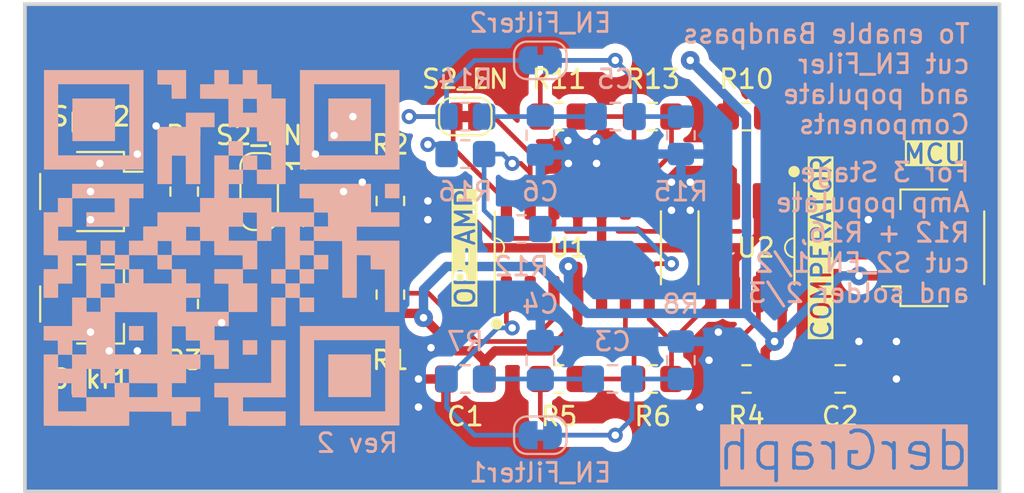
<source format=kicad_pcb>
(kicad_pcb (version 20221018) (generator pcbnew)
  (layers (0 "F.Cu" signal) (31 "B.Cu" signal) (34 "B.Paste" user) (35 "F.Paste" user) (36 "B.SilkS" user "B.Silkscreen") (37 "F.SilkS" user "F.Silkscreen") (38 "B.Mask" user) (39 "F.Mask" user) (44 "Edge.Cuts" user))
  (net 0 "")
  (net 1 "Net-(C3-Pad2)")
  (net 2 "GND")
  (net 3 "Net-(EN_Filter1-B)")
  (net 4 "Net-(C5-Pad2)")
  (net 5 "Net-(EN_Filter2-B)")
  (net 6 "+5V")
  (net 7 "Net-(EN_Filter1-A)")
  (net 8 "Net-(EN_Filter2-A)")
  (net 9 "Net-(U1A-+)")
  (net 10 "+2V5")
  (net 11 "Net-(U1B--)")
  (net 12 "Out1")
  (net 13 "Out2")
  (net 14 "Net-(S2_EN1-A)")
  (net 15 "Net-(U1C--)")
  (net 16 "Net-(S2_EN2-A)")
  (net 17 "Net-(S2_EN1-C)")
  (net 18 "Sig1")
  (net 19 "Net-(U2A-+)")
  (footprint "Capacitor_SMD:C_0805_2012Metric_Pad1.18x1.45mm_HandSolder" (layer "F.Cu") (at 92 99 180)
    (fp_text reference "C1" (at 0 -2) (layer "F.SilkS"))
    (fp_text value ".1uF")
    (pad "1" smd roundrect (at -1.0375 0 180) (size 1.175 1.45) (layers "F.Cu" "F.Paste" "F.Mask") (roundrect_rratio 0.2127659574) (net 6 "+5V"))
    (pad "2" smd roundrect (at 1.0375 0 180) (size 1.175 1.45) (layers "F.Cu" "F.Paste" "F.Mask") (roundrect_rratio 0.2127659574) (net 2 "GND"))
  )
  (footprint "Resistor_SMD:R_0805_2012Metric_Pad1.20x1.40mm_HandSolder" (layer "F.Cu") (at 88 89.5 90)
    (fp_text reference "R2" (at 3 0 180) (layer "F.SilkS") (effects (font (thickness 0.153))))
    (fp_text value "1k")
    (pad "1" smd roundrect (at -1 0 90) (size 1.2 1.4) (layers "F.Cu" "F.Paste" "F.Mask") (roundrect_rratio 0.2083333333) (net 10 "+2V5"))
    (pad "2" smd roundrect (at 1 0 90) (size 1.2 1.4) (layers "F.Cu" "F.Paste" "F.Mask") (roundrect_rratio 0.2083333333) (net 2 "GND"))
  )
  (footprint "derGraph:SOIC-14_3.9x8.7mm_P1.27mm" (layer "F.Cu") (at 98 92 90)
    (fp_text reference "U1" (at 0 -0.5 180) (layer "F.SilkS") (effects (font (thickness 0.153))))
    (fp_text value "LM324")
    (pad "1" smd roundrect (at -2.475 -3.81 90) (size 1.95 0.6) (layers "F.Cu" "F.Paste" "F.Mask") (net 7 "Net-(EN_Filter1-A)"))
    (pad "2" smd roundrect (at -2.475 -2.54 90) (size 1.95 0.6) (layers "F.Cu" "F.Paste" "F.Mask") (net 7 "Net-(EN_Filter1-A)"))
    (pad "3" smd roundrect (at -2.475 -1.27 90) (size 1.95 0.6) (layers "F.Cu" "F.Paste" "F.Mask") (net 9 "Net-(U1A-+)"))
    (pad "4" smd roundrect (at -2.475 0 90) (size 1.95 0.6) (layers "F.Cu" "F.Paste" "F.Mask") (net 6 "+5V"))
    (pad "5" smd roundrect (at -2.475 1.27 90) (size 1.95 0.6) (layers "F.Cu" "F.Paste" "F.Mask") (net 10 "+2V5"))
    (pad "6" smd roundrect (at -2.475 2.54 90) (size 1.95 0.6) (layers "F.Cu" "F.Paste" "F.Mask") (net 11 "Net-(U1B--)"))
    (pad "7" smd roundrect (at -2.475 3.81 90) (size 1.95 0.6) (layers "F.Cu" "F.Paste" "F.Mask") (net 18 "Sig1"))
    (pad "8" smd roundrect (at 2.475 3.81 90) (size 1.95 0.6) (layers "F.Cu" "F.Paste" "F.Mask") (net 19 "Net-(U2A-+)"))
    (pad "9" smd roundrect (at 2.475 2.54 90) (size 1.95 0.6) (layers "F.Cu" "F.Paste" "F.Mask") (net 15 "Net-(U1C--)"))
    (pad "10" smd roundrect (at 2.475 1.27 90) (size 1.95 0.6) (layers "F.Cu" "F.Paste" "F.Mask") (net 10 "+2V5"))
    (pad "11" smd roundrect (at 2.475 0 90) (size 1.95 0.6) (layers "F.Cu" "F.Paste" "F.Mask") (net 2 "GND"))
    (pad "12" smd roundrect (at 2.475 -1.27 90) (size 1.95 0.6) (layers "F.Cu" "F.Paste" "F.Mask") (net 17 "Net-(S2_EN1-C)"))
    (pad "13" smd roundrect (at 2.475 -2.54 90) (size 1.95 0.6) (layers "F.Cu" "F.Paste" "F.Mask") (net 16 "Net-(S2_EN2-A)"))
    (pad "14" smd roundrect (at 2.475 -3.81 90) (size 1.95 0.6) (layers "F.Cu" "F.Paste" "F.Mask") (net 8 "Net-(EN_Filter2-A)"))
  )
  (footprint "Resistor_SMD:R_0805_2012Metric_Pad1.20x1.40mm_HandSolder" (layer "F.Cu") (at 107 99 180)
    (fp_text reference "R4" (at 0 -2) (layer "F.SilkS") (effects (font (thickness 0.153))))
    (fp_text value "1k")
    (pad "1" smd roundrect (at -1 0 180) (size 1.2 1.4) (layers "F.Cu" "F.Paste" "F.Mask") (roundrect_rratio 0.2083333333) (net 6 "+5V"))
    (pad "2" smd roundrect (at 1 0 180) (size 1.2 1.4) (layers "F.Cu" "F.Paste" "F.Mask") (roundrect_rratio 0.2083333333) (net 12 "Out1"))
  )
  (footprint "Connector_JST:JST_SH_SM02B-SRSS-TB_1x02-1MP_P1.00mm_Horizontal" (layer "F.Cu") (at 72 89 -90)
    (fp_text reference "Spkr2" (at -4 0) (layer "F.SilkS" knockout) (effects (font (thickness 0.16))))
    (fp_text value "Ultrasound_2")
    (pad "1" smd roundrect (at -0.5 -2 270) (size 0.6 1.55) (layers "F.Cu" "F.Paste" "F.Mask") (net 14 "Net-(S2_EN1-A)"))
    (pad "2" smd roundrect (at 0.5 -2 270) (size 0.6 1.55) (layers "F.Cu" "F.Paste" "F.Mask") (net 10 "+2V5"))
    (pad "MP" smd roundrect (at -1.8 1.875 270) (size 1.2 1.8) (layers "F.Cu" "F.Paste" "F.Mask") (roundrect_rratio 0.2083333333))
    (pad "MP" smd roundrect (at 1.8 1.875 270) (size 1.2 1.8) (layers "F.Cu" "F.Paste" "F.Mask") (roundrect_rratio 0.2083333333))
  )
  (footprint "Resistor_SMD:R_0805_2012Metric_Pad1.20x1.40mm_HandSolder" (layer "F.Cu") (at 77 95 90)
    (fp_text reference "R3" (at -3 0 180) (layer "F.SilkS") (effects (font (thickness 0.153))))
    (fp_text value "10k")
    (pad "1" smd roundrect (at -1 0 90) (size 1.2 1.4) (layers "F.Cu" "F.Paste" "F.Mask") (roundrect_rratio 0.2083333333) (net 10 "+2V5"))
    (pad "2" smd roundrect (at 1 0 90) (size 1.2 1.4) (layers "F.Cu" "F.Paste" "F.Mask") (roundrect_rratio 0.2083333333) (net 9 "Net-(U1A-+)"))
  )
  (footprint "Resistor_SMD:R_0805_2012Metric_Pad1.20x1.40mm_HandSolder" (layer "F.Cu") (at 107 85)
    (fp_text reference "R10" (at 0 -2) (layer "F.SilkS") (effects (font (thickness 0.153))))
    (fp_text value "1k")
    (pad "1" smd roundrect (at -1 0) (size 1.2 1.4) (layers "F.Cu" "F.Paste" "F.Mask") (roundrect_rratio 0.2083333333) (net 6 "+5V"))
    (pad "2" smd roundrect (at 1 0) (size 1.2 1.4) (layers "F.Cu" "F.Paste" "F.Mask") (roundrect_rratio 0.2083333333) (net 13 "Out2"))
  )
  (footprint "Jumper:SolderJumper-2_P1.3mm_Bridged_RoundedPad1.0x1.5mm" (layer "F.Cu") (at 92 85 180)
    (fp_text reference "S2_EN2" hide)
    (fp_text value "SolderJumper_2_Bridged")
    (fp_poly (pts (xy 0.25 -0.3) (xy -0.25 -0.3) (xy -0.25 0.3) (xy 0.25 0.3)) (fill solid) (layer "F.Cu"))
    (pad "1" smd custom (at -0.65 0 180) (size 1 0.5) (layers "F.Cu" "F.Mask") (net 16 "Net-(S2_EN2-A)") (options (clearance outline) (anchor rect)) (primitives (gr_circle (center 0 0.25) (end 0.5 0.25) (width 0) (fill yes)) (gr_circle (center 0 -0.25) (end 0.5 -0.25) (width 0) (fill yes)) (gr_poly (pts (xy 0.5 0.75) (xy 0 0.75) (xy 0 -0.75) (xy 0.5 -0.75)) (width 0) (fill yes))))
    (pad "2" smd custom (at 0.65 0 180) (size 1 0.5) (layers "F.Cu" "F.Mask") (net 8 "Net-(EN_Filter2-A)") (options (clearance outline) (anchor rect)) (primitives (gr_circle (center 0 0.25) (end 0.5 0.25) (width 0) (fill yes)) (gr_circle (center 0 -0.25) (end 0.5 -0.25) (width 0) (fill yes)) (gr_poly (pts (xy 0 0.75) (xy -0.5 0.75) (xy -0.5 -0.75) (xy 0 -0.75)) (width 0) (fill yes))))
  )
  (footprint "Resistor_SMD:R_0805_2012Metric_Pad1.20x1.40mm_HandSolder" (layer "F.Cu") (at 97 99)
    (fp_text reference "R5" (at 0 2) (layer "F.SilkS") (effects (font (thickness 0.153))))
    (fp_text value "1k")
    (pad "1" smd roundrect (at -1 0) (size 1.2 1.4) (layers "F.Cu" "F.Paste" "F.Mask") (roundrect_rratio 0.2083333333) (net 3 "Net-(EN_Filter1-B)"))
    (pad "2" smd roundrect (at 1 0) (size 1.2 1.4) (layers "F.Cu" "F.Paste" "F.Mask") (roundrect_rratio 0.2083333333) (net 11 "Net-(U1B--)"))
  )
  (footprint "Connector_JST:JST_SH_SM02B-SRSS-TB_1x02-1MP_P1.00mm_Horizontal" (layer "F.Cu") (at 72 95 -90)
    (fp_text reference "Spkr1" (at 4 0 180) (layer "F.SilkS" knockout) (effects (font (thickness 0.16))))
    (fp_text value "Ultrasound_1")
    (pad "1" smd roundrect (at -0.5 -2 270) (size 0.6 1.55) (layers "F.Cu" "F.Paste" "F.Mask") (net 9 "Net-(U1A-+)"))
    (pad "2" smd roundrect (at 0.5 -2 270) (size 0.6 1.55) (layers "F.Cu" "F.Paste" "F.Mask") (net 10 "+2V5"))
    (pad "MP" smd roundrect (at -1.8 1.875 270) (size 1.2 1.8) (layers "F.Cu" "F.Paste" "F.Mask") (roundrect_rratio 0.2083333333))
    (pad "MP" smd roundrect (at 1.8 1.875 270) (size 1.2 1.8) (layers "F.Cu" "F.Paste" "F.Mask") (roundrect_rratio 0.2083333333))
  )
  (footprint "Connector_JST:JST_SH_SM04B-SRSS-TB_1x04-1MP_P1.00mm_Horizontal" (layer "F.Cu") (at 117 92 90)
    (fp_text reference "MCU1" hide)
    (fp_text value "Conn_01x04")
    (pad "1" smd roundrect (at -1.5 -2 90) (size 0.6 1.55) (layers "F.Cu" "F.Paste" "F.Mask") (net 6 "+5V"))
    (pad "2" smd roundrect (at -0.5 -2 90) (size 0.6 1.55) (layers "F.Cu" "F.Paste" "F.Mask") (net 12 "Out1"))
    (pad "3" smd roundrect (at 0.5 -2 90) (size 0.6 1.55) (layers "F.Cu" "F.Paste" "F.Mask") (net 13 "Out2"))
    (pad "4" smd roundrect (at 1.5 -2 90) (size 0.6 1.55) (layers "F.Cu" "F.Paste" "F.Mask") (net 2 "GND"))
    (pad "MP" smd roundrect (at -2.8 1.875 90) (size 1.2 1.8) (layers "F.Cu" "F.Paste" "F.Mask") (roundrect_rratio 0.2083333333))
    (pad "MP" smd roundrect (at 2.8 1.875 90) (size 1.2 1.8) (layers "F.Cu" "F.Paste" "F.Mask") (roundrect_rratio 0.2083333333))
  )
  (footprint "Resistor_SMD:R_0805_2012Metric_Pad1.20x1.40mm_HandSolder" (layer "F.Cu") (at 102 85 180)
    (fp_text reference "R13" (at 0 2) (layer "F.SilkS") (effects (font (thickness 0.153))))
    (fp_text value "10k")
    (pad "1" smd roundrect (at -1 0 180) (size 1.2 1.4) (layers "F.Cu" "F.Paste" "F.Mask") (roundrect_rratio 0.2083333333) (net 19 "Net-(U2A-+)"))
    (pad "2" smd roundrect (at 1 0 180) (size 1.2 1.4) (layers "F.Cu" "F.Paste" "F.Mask") (roundrect_rratio 0.2083333333) (net 15 "Net-(U1C--)"))
  )
  (footprint "Resistor_SMD:R_0805_2012Metric_Pad1.20x1.40mm_HandSolder" (layer "F.Cu") (at 102 99 180)
    (fp_text reference "R6" (at 0 -2) (layer "F.SilkS") (effects (font (thickness 0.153))))
    (fp_text value "10k")
    (pad "1" smd roundrect (at -1 0 180) (size 1.2 1.4) (layers "F.Cu" "F.Paste" "F.Mask") (roundrect_rratio 0.2083333333) (net 18 "Sig1"))
    (pad "2" smd roundrect (at 1 0 180) (size 1.2 1.4) (layers "F.Cu" "F.Paste" "F.Mask") (roundrect_rratio 0.2083333333) (net 11 "Net-(U1B--)"))
  )
  (footprint "Resistor_SMD:R_0805_2012Metric_Pad1.20x1.40mm_HandSolder" (layer "F.Cu") (at 97 85)
    (fp_text reference "R11" (at 0 -2) (layer "F.SilkS") (effects (font (thickness 0.153))))
    (fp_text value "1k")
    (pad "1" smd roundrect (at -1 0) (size 1.2 1.4) (layers "F.Cu" "F.Paste" "F.Mask") (roundrect_rratio 0.2083333333) (net 5 "Net-(EN_Filter2-B)"))
    (pad "2" smd roundrect (at 1 0) (size 1.2 1.4) (layers "F.Cu" "F.Paste" "F.Mask") (roundrect_rratio 0.2083333333) (net 15 "Net-(U1C--)"))
  )
  (footprint "Capacitor_SMD:C_0805_2012Metric_Pad1.18x1.45mm_HandSolder" (layer "F.Cu") (at 112 99)
    (fp_text reference "C2" (at 0 2 180) (layer "F.SilkS") (effects (font (thickness 0.153))))
    (fp_text value ".1uF")
    (pad "1" smd roundrect (at -1.0375 0) (size 1.175 1.45) (layers "F.Cu" "F.Paste" "F.Mask") (roundrect_rratio 0.2127659574) (net 6 "+5V"))
    (pad "2" smd roundrect (at 1.0375 0) (size 1.175 1.45) (layers "F.Cu" "F.Paste" "F.Mask") (roundrect_rratio 0.2127659574) (net 2 "GND"))
  )
  (footprint "derGraph:SOIC-8_3.9x4.9mm_P1.27mm" (layer "F.Cu") (at 107 92 -90)
    (fp_text reference "U2" (at 0 -0.5 180) (layer "F.SilkS") (effects (font (thickness 0.153))))
    (fp_text value "LM393")
    (pad "1" smd roundrect (at -2.475 -1.905 270) (size 1.95 0.6) (layers "F.Cu" "F.Paste" "F.Mask") (net 13 "Out2"))
    (pad "2" smd roundrect (at -2.475 -0.635 270) (size 1.95 0.6) (layers "F.Cu" "F.Paste" "F.Mask") (net 10 "+2V5"))
    (pad "3" smd roundrect (at -2.475 0.635 270) (size 1.95 0.6) (layers "F.Cu" "F.Paste" "F.Mask") (net 19 "Net-(U2A-+)"))
    (pad "4" smd roundrect (at -2.475 1.905 270) (size 1.95 0.6) (layers "F.Cu" "F.Paste" "F.Mask") (net 2 "GND"))
    (pad "5" smd roundrect (at 2.475 1.905 270) (size 1.95 0.6) (layers "F.Cu" "F.Paste" "F.Mask") (net 18 "Sig1"))
    (pad "6" smd roundrect (at 2.475 0.635 270) (size 1.95 0.6) (layers "F.Cu" "F.Paste" "F.Mask") (net 10 "+2V5"))
    (pad "7" smd roundrect (at 2.475 -0.635 270) (size 1.95 0.6) (layers "F.Cu" "F.Paste" "F.Mask") (net 12 "Out1"))
    (pad "8" smd roundrect (at 2.475 -1.905 270) (size 1.95 0.6) (layers "F.Cu" "F.Paste" "F.Mask") (net 6 "+5V"))
  )
  (footprint "Jumper:SolderJumper-3_P1.3mm_Bridged2Bar12_RoundedPad1.0x1.5mm_NumberLabels" (layer "F.Cu") (at 81 89 -90)
    (fp_text reference "S2_EN1" hide)
    (fp_text value "SolderJumper_3_Bridged12")
    (fp_text user "1" (at -1.5 -2 90) (layer "F.SilkS") (effects (font (thickness 0.153))))
    (fp_text user "3" (at 1.5 -2 90) (layer "F.SilkS") (effects (font (thickness 0.153))))
    (fp_poly (pts (xy -0.9 -0.6) (xy -0.4 -0.6) (xy -0.4 -0.2) (xy -0.9 -0.2)) (fill solid) (layer "F.Cu"))
    (fp_poly (pts (xy -0.9 0.2) (xy -0.4 0.2) (xy -0.4 0.6) (xy -0.9 0.6)) (fill solid) (layer "F.Cu"))
    (pad "1" smd custom (at -1.3 0 270) (size 1 0.5) (layers "F.Cu" "F.Mask") (net 14 "Net-(S2_EN1-A)") (options (clearance outline) (anchor rect)) (primitives (gr_circle (center 0 0.25) (end 0.5 0.25) (width 0) (fill yes)) (gr_circle (center 0 -0.25) (end 0.5 -0.25) (width 0) (fill yes)) (gr_poly (pts (xy 0.55 0.75) (xy 0 0.75) (xy 0 -0.75) (xy 0.55 -0.75)) (width 0) (fill yes))))
    (pad "2" smd rect (at 0 0 270) (size 1 1.5) (layers "F.Cu" "F.Mask") (net 17 "Net-(S2_EN1-C)"))
    (pad "3" smd custom (at 1.3 0 270) (size 1 0.5) (layers "F.Cu" "F.Mask") (net 10 "+2V5") (options (clearance outline) (anchor rect)) (primitives (gr_circle (center 0 0.25) (end 0.5 0.25) (width 0) (fill yes)) (gr_circle (center 0 -0.25) (end 0.5 -0.25) (width 0) (fill yes)) (gr_poly (pts (xy 0 0.75) (xy -0.55 0.75) (xy -0.55 -0.75) (xy 0 -0.75)) (width 0) (fill yes))))
  )
  (footprint "Resistor_SMD:R_0805_2012Metric_Pad1.20x1.40mm_HandSolder" (layer "F.Cu") (at 77 89 90)
    (fp_text reference "R9" (at 3 0 180) (layer "F.SilkS") (effects (font (thickness 0.153))))
    (fp_text value "10k")
    (pad "1" smd roundrect (at -1 0 90) (size 1.2 1.4) (layers "F.Cu" "F.Paste" "F.Mask") (roundrect_rratio 0.2083333333) (net 10 "+2V5"))
    (pad "2" smd roundrect (at 1 0 90) (size 1.2 1.4) (layers "F.Cu" "F.Paste" "F.Mask") (roundrect_rratio 0.2083333333) (net 14 "Net-(S2_EN1-A)"))
  )
  (footprint "Resistor_SMD:R_0805_2012Metric_Pad1.20x1.40mm_HandSolder" (layer "F.Cu") (at 88 94.5 90)
    (fp_text reference "R1" (at -3.5 0 180) (layer "F.SilkS") (effects (font (thickness 0.153))))
    (fp_text value "1k")
    (pad "1" smd roundrect (at -1 0 90) (size 1.2 1.4) (layers "F.Cu" "F.Paste" "F.Mask") (roundrect_rratio 0.2083333333) (net 6 "+5V"))
    (pad "2" smd roundrect (at 1 0 90) (size 1.2 1.4) (layers "F.Cu" "F.Paste" "F.Mask") (roundrect_rratio 0.2083333333) (net 10 "+2V5"))
  )
  (footprint "Capacitor_SMD:C_0805_2012Metric_Pad1.18x1.45mm_HandSolder" (layer "B.Cu") (at 96 98 90)
    (fp_text reference "C4" (at 3 0) (layer "B.SilkS") (effects (font (thickness 0.153)) (justify mirror)))
    (fp_text value "C")
    (pad "1" smd roundrect (at -1.0375 0 90) (size 1.175 1.45) (layers "B.Cu" "B.Paste" "B.Mask") (roundrect_rratio 0.2127659574) (net 1 "Net-(C3-Pad2)"))
    (pad "2" smd roundrect (at 1.0375 0 90) (size 1.175 1.45) (layers "B.Cu" "B.Paste" "B.Mask") (roundrect_rratio 0.2127659574) (net 2 "GND"))
  )
  (footprint "qr:GitHubQR" (layer "B.Cu") (at 79 92 180)
    (fp_text reference "G***" hide)
    (fp_text value "LOGO" hide)
  )
  (footprint "Resistor_SMD:R_0805_2012Metric_Pad1.20x1.40mm_HandSolder" (layer "B.Cu") (at 103.5 98 90)
    (fp_text reference "R8" (at 3 0) (layer "B.SilkS") (effects (font (thickness 0.153)) (justify mirror)))
    (fp_text value "R")
    (pad "1" smd roundrect (at -1 0 90) (size 1.2 1.4) (layers "B.Cu" "B.Paste" "B.Mask") (roundrect_rratio 0.2083333333) (net 3 "Net-(EN_Filter1-B)"))
    (pad "2" smd roundrect (at 1 0 90) (size 1.2 1.4) (layers "B.Cu" "B.Paste" "B.Mask") (roundrect_rratio 0.2083333333) (net 2 "GND"))
  )
  (footprint "Jumper:SolderJumper-2_P1.3mm_Bridged_RoundedPad1.0x1.5mm" (layer "B.Cu") (at 96 102)
    (fp_text reference "EN_Filter1" (at 0 2) (layer "B.SilkS") (effects (font (thickness 0.153)) (justify mirror)))
    (fp_text value "SolderJumper_2_Bridged" hide)
    (fp_poly (pts (xy 0.25 0.3) (xy -0.25 0.3) (xy -0.25 -0.3) (xy 0.25 -0.3)) (fill solid) (layer "B.Cu"))
    (pad "1" smd custom (at -0.65 0) (size 1 0.5) (layers "B.Cu" "B.Mask") (net 7 "Net-(EN_Filter1-A)") (options (clearance outline) (anchor rect)) (primitives (gr_circle (center 0 -0.25) (end 0.5 -0.25) (width 0) (fill yes)) (gr_circle (center 0 0.25) (end 0.5 0.25) (width 0) (fill yes)) (gr_poly (pts (xy 0.5 -0.75) (xy 0 -0.75) (xy 0 0.75) (xy 0.5 0.75)) (width 0) (fill yes))))
    (pad "2" smd custom (at 0.65 0) (size 1 0.5) (layers "B.Cu" "B.Mask") (net 3 "Net-(EN_Filter1-B)") (options (clearance outline) (anchor rect)) (primitives (gr_circle (center 0 -0.25) (end 0.5 -0.25) (width 0) (fill yes)) (gr_circle (center 0 0.25) (end 0.5 0.25) (width 0) (fill yes)) (gr_poly (pts (xy 0 -0.75) (xy -0.5 -0.75) (xy -0.5 0.75) (xy 0 0.75)) (width 0) (fill yes))))
  )
  (footprint "Resistor_SMD:R_0805_2012Metric_Pad1.20x1.40mm_HandSolder" (layer "B.Cu") (at 92 85 180)
    (fp_text reference "R14" (at 0 2) (layer "B.SilkS") (effects (font (thickness 0.153)) (justify mirror)))
    (fp_text value "R")
    (pad "1" smd roundrect (at -1 0 180) (size 1.2 1.4) (layers "B.Cu" "B.Paste" "B.Mask") (roundrect_rratio 0.2083333333) (net 4 "Net-(C5-Pad2)"))
    (pad "2" smd roundrect (at 1 0 180) (size 1.2 1.4) (layers "B.Cu" "B.Paste" "B.Mask") (roundrect_rratio 0.2083333333) (net 8 "Net-(EN_Filter2-A)"))
  )
  (footprint "Capacitor_SMD:C_0805_2012Metric_Pad1.18x1.45mm_HandSolder" (layer "B.Cu") (at 99.85 99 180)
    (fp_text reference "C3" (at 0 2) (layer "B.SilkS") (effects (font (thickness 0.153)) (justify mirror)))
    (fp_text value "C")
    (pad "1" smd roundrect (at -1.0375 0 180) (size 1.175 1.45) (layers "B.Cu" "B.Paste" "B.Mask") (roundrect_rratio 0.2127659574) (net 3 "Net-(EN_Filter1-B)"))
    (pad "2" smd roundrect (at 1.0375 0 180) (size 1.175 1.45) (layers "B.Cu" "B.Paste" "B.Mask") (roundrect_rratio 0.2127659574) (net 1 "Net-(C3-Pad2)"))
  )
  (footprint "Resistor_SMD:R_0805_2012Metric_Pad1.20x1.40mm_HandSolder" (layer "B.Cu") (at 92 87)
    (fp_text reference "R16" (at 0 2) (layer "B.SilkS") (effects (font (thickness 0.153)) (justify mirror)))
    (fp_text value "R")
    (pad "1" smd roundrect (at -1 0) (size 1.2 1.4) (layers "B.Cu" "B.Paste" "B.Mask") (roundrect_rratio 0.2083333333) (net 8 "Net-(EN_Filter2-A)"))
    (pad "2" smd roundrect (at 1 0) (size 1.2 1.4) (layers "B.Cu" "B.Paste" "B.Mask") (roundrect_rratio 0.2083333333) (net 16 "Net-(S2_EN2-A)"))
  )
  (footprint "Resistor_SMD:R_0805_2012Metric_Pad1.20x1.40mm_HandSolder" (layer "B.Cu") (at 95 91)
    (fp_text reference "R12" (at 0 2 180) (layer "B.SilkS") (effects (font (thickness 0.153)) (justify mirror)))
    (fp_text value "R")
    (pad "1" smd roundrect (at -1 0) (size 1.2 1.4) (layers "B.Cu" "B.Paste" "B.Mask") (roundrect_rratio 0.2083333333) (net 16 "Net-(S2_EN2-A)"))
    (pad "2" smd roundrect (at 1 0) (size 1.2 1.4) (layers "B.Cu" "B.Paste" "B.Mask") (roundrect_rratio 0.2083333333) (net 18 "Sig1"))
  )
  (footprint "Resistor_SMD:R_0805_2012Metric_Pad1.20x1.40mm_HandSolder" (layer "B.Cu") (at 103.5 86 -90)
    (fp_text reference "R15" (at 3 0 180) (layer "B.SilkS") (effects (font (thickness 0.153)) (justify mirror)))
    (fp_text value "R")
    (pad "1" smd roundrect (at -1 0 270) (size 1.2 1.4) (layers "B.Cu" "B.Paste" "B.Mask") (roundrect_rratio 0.2083333333) (net 5 "Net-(EN_Filter2-B)"))
    (pad "2" smd roundrect (at 1 0 270) (size 1.2 1.4) (layers "B.Cu" "B.Paste" "B.Mask") (roundrect_rratio 0.2083333333) (net 2 "GND"))
  )
  (footprint "Capacitor_SMD:C_0805_2012Metric_Pad1.18x1.45mm_HandSolder" (layer "B.Cu") (at 96 86 -90)
    (fp_text reference "C6" (at 3 0 180) (layer "B.SilkS") (effects (font (thickness 0.153)) (justify mirror)))
    (fp_text value "C")
    (pad "1" smd roundrect (at -1.0375 0 270) (size 1.175 1.45) (layers "B.Cu" "B.Paste" "B.Mask") (roundrect_rratio 0.2127659574) (net 4 "Net-(C5-Pad2)"))
    (pad "2" smd roundrect (at 1.0375 0 270) (size 1.175 1.45) (layers "B.Cu" "B.Paste" "B.Mask") (roundrect_rratio 0.2127659574) (net 2 "GND"))
  )
  (footprint "Jumper:SolderJumper-2_P1.3mm_Bridged_RoundedPad1.0x1.5mm" (layer "B.Cu") (at 96 82)
    (fp_text reference "EN_Filter2" (at 0 -2) (layer "B.SilkS") (effects (font (thickness 0.153)) (justify mirror)))
    (fp_text value "SolderJumper_2_Bridged" hide)
    (fp_poly (pts (xy 0.25 0.3) (xy -0.25 0.3) (xy -0.25 -0.3) (xy 0.25 -0.3)) (fill solid) (layer "B.Cu"))
    (pad "1" smd custom (at -0.65 0) (size 1 0.5) (layers "B.Cu" "B.Mask") (net 8 "Net-(EN_Filter2-A)") (options (clearance outline) (anchor rect)) (primitives (gr_circle (center 0 -0.25) (end 0.5 -0.25) (width 0) (fill yes)) (gr_circle (center 0 0.25) (end 0.5 0.25) (width 0) (fill yes)) (gr_poly (pts (xy 0.5 -0.75) (xy 0 -0.75) (xy 0 0.75) (xy 0.5 0.75)) (width 0) (fill yes))))
    (pad "2" smd custom (at 0.65 0) (size 1 0.5) (layers "B.Cu" "B.Mask") (net 5 "Net-(EN_Filter2-B)") (options (clearance outline) (anchor rect)) (primitives (gr_circle (center 0 -0.25) (end 0.5 -0.25) (width 0) (fill yes)) (gr_circle (center 0 0.25) (end 0.5 0.25) (width 0) (fill yes)) (gr_poly (pts (xy 0 -0.75) (xy -0.5 -0.75) (xy -0.5 0.75) (xy 0 0.75)) (width 0) (fill yes))))
  )
  (footprint "Resistor_SMD:R_0805_2012Metric_Pad1.20x1.40mm_HandSolder" (layer "B.Cu") (at 92 99 180)
    (fp_text reference "R7" (at 0 2) (layer "B.SilkS") (effects (font (thickness 0.153)) (justify mirror)))
    (fp_text value "R")
    (pad "1" smd roundrect (at -1 0 180) (size 1.2 1.4) (layers "B.Cu" "B.Paste" "B.Mask") (roundrect_rratio 0.2083333333) (net 1 "Net-(C3-Pad2)"))
    (pad "2" smd roundrect (at 1 0 180) (size 1.2 1.4) (layers "B.Cu" "B.Paste" "B.Mask") (roundrect_rratio 0.2083333333) (net 7 "Net-(EN_Filter1-A)"))
  )
  (footprint "Capacitor_SMD:C_0805_2012Metric_Pad1.18x1.45mm_HandSolder" (layer "B.Cu") (at 100 85 180)
    (fp_text reference "C5" (at 0 2) (layer "B.SilkS") (effects (font (thickness 0.153)) (justify mirror)))
    (fp_text value "C")
    (pad "1" smd roundrect (at -1.0375 0 180) (size 1.175 1.45) (layers "B.Cu" "B.Paste" "B.Mask") (roundrect_rratio 0.2127659574) (net 5 "Net-(EN_Filter2-B)"))
    (pad "2" smd roundrect (at 1.0375 0 180) (size 1.175 1.45) (layers "B.Cu" "B.Paste" "B.Mask") (roundrect_rratio 0.2127659574) (net 4 "Net-(C5-Pad2)"))
  )
  (gr_rect (start 68.5 79) (end 120.5 105) (stroke (width 0.2)) (fill none) (layer "Edge.Cuts"))
  (gr_text "To enable Bandpass\ncut EN_Filer\nand populate\nComponents" (at 119 86) (layer "B.SilkS") (effects (font (size 1 1) (thickness 0.16)) (justify left bottom mirror)))
  (gr_text "derGraph" (at 119 104) (layer "B.SilkS" knockout) (effects (font (size 2 2) (thickness 0.2)) (justify left bottom mirror)))
  (gr_text "For 3 Stage\nAmp populate\nR12 + R16,\ncut S2_EN 1/2\nand solder 2/3" (at 119 95) (layer "B.SilkS") (effects (font (size 1 1) (thickness 0.16)) (justify left bottom mirror)))
  (gr_text "Rev 2" (at 88.5 103) (layer "B.SilkS") (effects (font (size 1 1) (thickness 0.153)) (justify left bottom mirror)))
  (gr_text "S2_EN" (at 92 83) (layer "F.SilkS") (effects (font (size 1 1) (thickness 0.153))))
  (gr_text "OP-AMP" (at 92 92 90) (layer "F.SilkS" knockout) (effects (font (size 1 1) (thickness 0.16))))
  (gr_text "MCU" (at 117 87) (layer "F.SilkS" knockout) (effects (font (size 1 1) (thickness 0.16))))
  (gr_text "COMPERATOR" (at 111 92 90) (layer "F.SilkS" knockout) (effects (font (size 1 1) (thickness 0.153))))
  (gr_text "S2_EN" (at 81 86) (layer "F.SilkS") (effects (font (size 1 1) (thickness 0.153))))
  (segment (start 95.8125 99) (end 95.85 98.9625) (width 0.25) (layer "B.Cu") (net 1))
  (segment (start 95.8875 99) (end 95.85 98.9625) (width 0.25) (layer "B.Cu") (net 1))
  (segment (start 93 99) (end 98.8125 99) (width 0.25) (layer "B.Cu") (net 1))
  (via (at 104 90) (size 0.8) (drill 0.4) (layers "F.Cu" "B.Cu") (net 2))
  (via (at 86.5 88.5) (size 0.8) (drill 0.4) (layers "F.Cu" "B.Cu") (net 2))
  (via (at 72 89) (size 0.8) (drill 0.4) (layers "F.Cu" "B.Cu") (net 2))
  (via (at 90 90.5) (size 0.8) (drill 0.4) (layers "F.Cu" "B.Cu") (net 2))
  (via (at 104 88.5) (size 0.8) (drill 0.4) (layers "F.Cu" "B.Cu") (net 2))
  (via (at 85 86) (size 0.8) (drill 0.4) (layers "F.Cu" "B.Cu") (net 2))
  (via (at 89.5 100.5) (size 0.8) (drill 0.4) (layers "F.Cu" "B.Cu") (net 2))
  (via (at 115 99) (size 0.8) (drill 0.4) (layers "F.Cu" "B.Cu") (net 2))
  (via (at 89.5 99) (size 0.8) (drill 0.4) (layers "F.Cu" "B.Cu") (net 2))
  (via (at 104.5 100.5) (size 0.8) (drill 0.4) (layers "F.Cu" "B.Cu") (net 2))
  (via (at 105 98) (size 0.8) (drill 0.4) (layers "F.Cu" "B.Cu") (net 2))
  (via (at 103 88.5) (size 0.8) (drill 0.4) (layers "F.Cu" "B.Cu") (net 2))
  (via (at 113.5 90.5) (size 0.8) (drill 0.4) (layers "F.Cu" "B.Cu") (net 2))
  (via (at 99 86.3245) (size 0.8) (drill 0.4) (layers "F.Cu" "B.Cu") (net 2))
  (via (at 90 89.5) (size 0.8) (drill 0.4) (layers "F.Cu" "B.Cu") (net 2))
  (via (at 105.5 96.5) (size 0.8) (drill 0.4) (layers "F.Cu" "B.Cu") (net 2))
  (via (at 72.5 87.5) (size 0.8) (drill 0.4) (layers "F.Cu" "B.Cu") (net 2))
  (via (at 115 97) (size 0.8) (drill 0.4) (layers "F.Cu" "B.Cu") (net 2))
  (via (at 75.5 85.5) (size 0.8) (drill 0.4) (layers "F.Cu" "B.Cu") (net 2))
  (via (at 99 87.5) (size 0.8) (drill 0.4) (layers "F.Cu" "B.Cu") (net 2))
  (via (at 90.168062 97.331938) (size 0.8) (drill 0.4) (layers "F.Cu" "B.Cu") (net 2))
  (via (at 74.5 97.5) (size 0.8) (drill 0.4) (layers "F.Cu" "B.Cu") (net 2))
  (via (at 113 97) (size 0.8) (drill 0.4) (layers "F.Cu" "B.Cu") (net 2))
  (via (at 97.5 87.5) (size 0.8) (drill 0.4) (layers "F.Cu" "B.Cu") (net 2))
  (via (at 72 96.5) (size 0.8) (drill 0.4) (layers "F.Cu" "B.Cu") (net 2))
  (via (at 72 90.5) (size 0.8) (drill 0.4) (layers "F.Cu" "B.Cu") (net 2))
  (via (at 74.5 87) (size 0.8) (drill 0.4) (layers "F.Cu" "B.Cu") (net 2))
  (via (at 103 90) (size 0.8) (drill 0.4) (layers "F.Cu" "B.Cu") (net 2))
  (via (at 73 97.5) (size 0.8) (drill 0.4) (layers "F.Cu" "B.Cu") (net 2))
  (via (at 86 85) (size 0.8) (drill 0.4) (layers "F.Cu" "B.Cu") (net 2))
  (via (at 85.5 89) (size 0.8) (drill 0.4) (layers "F.Cu" "B.Cu") (net 2))
  (via (at 97.472126 86.28067) (size 0.8) (drill 0.4) (layers "F.Cu" "B.Cu") (net 2))
  (via (at 84 87) (size 0.8) (drill 0.4) (layers "F.Cu" "B.Cu") (net 2))
  (via (at 79 96) (size 0.8) (drill 0.4) (layers "F.Cu" "B.Cu") (net 2))
  (segment (start 96 99) (end 96 101) (width 0.25) (layer "F.Cu") (net 3))
  (segment (start 97 102) (end 100 102) (width 0.25) (layer "F.Cu") (net 3))
  (segment (start 96 101) (end 97 102) (width 0.25) (layer "F.Cu") (net 3))
  (via (at 100 102) (size 0.8) (drill 0.4) (layers "F.Cu" "B.Cu") (net 3))
  (segment (start 100.8875 101.1125) (end 100.8875 99) (width 0.25) (layer "B.Cu") (net 3))
  (segment (start 100 102) (end 100.8875 101.1125) (width 0.25) (layer "B.Cu") (net 3))
  (segment (start 103.5 99) (end 100.8875 99) (width 0.25) (layer "B.Cu") (net 3))
  (segment (start 100 102) (end 96.65 102) (width 0.25) (layer "B.Cu") (net 3))
  (segment (start 98.61875 85) (end 95.73125 85) (width 0.25) (layer "B.Cu") (net 4))
  (segment (start 95.73125 85) (end 95.69375 84.9625) (width 0.25) (layer "B.Cu") (net 4))
  (segment (start 95.65625 85) (end 95.69375 84.9625) (width 0.25) (layer "B.Cu") (net 4))
  (segment (start 92.69375 85) (end 95.65625 85) (width 0.25) (layer "B.Cu") (net 4))
  (segment (start 100 82) (end 97 82) (width 0.25) (layer "F.Cu") (net 5))
  (segment (start 97 82) (end 96 83) (width 0.25) (layer "F.Cu") (net 5))
  (segment (start 96 83) (end 96 85) (width 0.25) (layer "F.Cu") (net 5))
  (via (at 100 82) (size 0.8) (drill 0.4) (layers "F.Cu" "B.Cu") (net 5))
  (segment (start 100 82) (end 101.0375 83.0375) (width 0.25) (layer "B.Cu") (net 5))
  (segment (start 103.69375 85) (end 100.69375 85) (width 0.25) (layer "B.Cu") (net 5))
  (segment (start 100 82) (end 96.65 82) (width 0.25) (layer "B.Cu") (net 5))
  (segment (start 101.0375 83.0375) (end 101.0375 85) (width 0.25) (layer "B.Cu") (net 5))
  (segment (start 108.905 94.475) (end 108.905 96.595) (width 0.5) (layer "F.Cu") (net 6))
  (segment (start 88 95.5) (end 89.5375 95.5) (width 0.5) (layer "F.Cu") (net 6))
  (segment (start 93.0375 98.0375) (end 93.0375 99) (width 0.5) (layer "F.Cu") (net 6))
  (segment (start 97.5 96.5) (end 96.5 97.5) (width 0.5) (layer "F.Cu") (net 6))
  (segment (start 108.5 97) (end 108 97.5) (width 0.5) (layer "F.Cu") (net 6))
  (segment (start 110.9625 99) (end 108 99) (width 0.5) (layer "F.Cu") (net 6))
  (segment (start 98 96) (end 97.5 96.5) (width 0.5) (layer "F.Cu") (net 6))
  (segment (start 106 85) (end 106 84) (width 0.5) (layer "F.Cu") (net 6))
  (segment (start 98 94.475) (end 98 93) (width 0.5) (layer "F.Cu") (net 6))
  (segment (start 98 93) (end 97.5 93) (width 0.5) (layer "F.Cu") (net 6))
  (segment (start 89.5375 95.5) (end 91.5375 97.5) (width 0.5) (layer "F.Cu") (net 6))
  (segment (start 96.5 97.502) (end 93.573 97.502) (width 0.5) (layer "F.Cu") (net 6))
  (segment (start 106 84) (end 104 82) (width 0.5) (layer "F.Cu") (net 6))
  (segment (start 108 97.5) (end 108 99) (width 0.5) (layer "F.Cu") (net 6))
  (segment (start 92.5 97.5) (end 93.0375 98.0375) (width 0.5) (layer "F.Cu") (net 6))
  (segment (start 108.905 96.595) (end 108.5 97) (width 0.5) (layer "F.Cu") (net 6))
  (segment (start 91.5375 97.5) (end 92.5 97.5) (width 0.5) (layer "F.Cu") (net 6))
  (segment (start 113 93.5) (end 115 93.5) (width 0.5) (layer "F.Cu") (net 6))
  (segment (start 93.573 97.502) (end 93.0375 98.0375) (width 0.5) (layer "F.Cu") (net 6))
  (segment (start 98 94.475) (end 98 96) (width 0.5) (layer "F.Cu") (net 6))
  (segment (start 96.5 97.5) (end 96.5 97.502) (width 0.5) (layer "F.Cu") (net 6))
  (via (at 108.5 97) (size 1) (drill 0.4) (layers "F.Cu" "B.Cu") (net 6))
  (via (at 89.76875 95.73125) (size 1) (drill 0.4) (layers "F.Cu" "B.Cu") (net 6))
  (via (at 113 93.5) (size 1) (drill 0.4) (layers "F.Cu" "B.Cu") (net 6))
  (via (at 104 82) (size 1) (drill 0.4) (layers "F.Cu" "B.Cu") (net 6))
  (via (at 97.5 93) (size 1) (drill 0.4) (layers "F.Cu" "B.Cu") (net 6))
  (segment (start 98 95) (end 98.5 95.5) (width 0.5) (layer "B.Cu") (net 6))
  (segment (start 96 93) (end 98 95) (width 0.5) (layer "B.Cu") (net 6))
  (segment (start 107 85) (end 107 95.5) (width 0.5) (layer "B.Cu") (net 6))
  (segment (start 89.76875 94.23125) (end 91 93) (width 0.5) (layer "B.Cu") (net 6))
  (segment (start 112 93.5) (end 108.5 97) (width 0.5) (layer "B.Cu") (net 6))
  (segment (start 97.5 93) (end 97.5 94.5) (width 0.5) (layer "B.Cu") (net 6))
  (segment (start 89.76875 95.73125) (end 89.76875 94.23125) (width 0.5) (layer "B.Cu") (net 6))
  (segment (start 98.5 95.5) (end 107 95.5) (width 0.5) (layer "B.Cu") (net 6))
  (segment (start 91 93) (end 96 93) (width 0.5) (layer "B.Cu") (net 6))
  (segment (start 104 82) (end 107 85) (width 0.5) (layer "B.Cu") (net 6))
  (segment (start 113 93.5) (end 112 93.5) (width 0.5) (layer "B.Cu") (net 6))
  (segment (start 97.5 94.5) (end 98 95) (width 0.5) (layer "B.Cu") (net 6))
  (segment (start 107 95.5) (end 108.5 97) (width 0.5) (layer "B.Cu") (net 6))
  (segment (start 94.19 94.475) (end 95.46 94.475) (width 0.25) (layer "F.Cu") (net 7))
  (segment (start 94.19 95.9655) (end 94.19 94.475) (width 0.25) (layer "F.Cu") (net 7))
  (segment (start 94.5 96.2755) (end 94.19 95.9655) (width 0.25) (layer "F.Cu") (net 7))
  (via (at 94.5 96.2755) (size 0.8) (drill 0.4) (layers "F.Cu" "B.Cu") (net 7))
  (segment (start 95.35 102) (end 92.5 102) (width 0.25) (layer "B.Cu") (net 7))
  (segment (start 94.5 96.2755) (end 93.7245 96.2755) (width 0.25) (layer "B.Cu") (net 7))
  (segment (start 92.5 102) (end 91 100.5) (width 0.25) (layer "B.Cu") (net 7))
  (segment (start 93.7245 96.2755) (end 91 99) (width 0.25) (layer "B.Cu") (net 7))
  (segment (start 91 100.5) (end 91 99) (width 0.25) (layer "B.Cu") (net 7))
  (segment (start 91.35 86.685) (end 91.8325 87.1675) (width 0.25) (layer "F.Cu") (net 8))
  (segment (start 91.152701 86.487701) (end 91.8325 87.1675) (width 0.25) (layer "F.Cu") (net 8))
  (segment (start 91.8325 87.1675) (end 94.19 89.525) (width 0.25) (layer "F.Cu") (net 8))
  (segment (start 90 86.487701) (end 91.152701 86.487701) (width 0.25) (layer "F.Cu") (net 8))
  (segment (start 89 85) (end 91.35 85) (width 0.25) (layer "F.Cu") (net 8))
  (segment (start 91.35 85) (end 91.35 86.685) (width 0.25) (layer "F.Cu") (net 8))
  (via (at 89 85) (size 0.8) (drill 0.4) (layers "F.Cu" "B.Cu") (net 8))
  (via (at 90 86.487701) (size 0.8) (drill 0.4) (layers "F.Cu" "B.Cu") (net 8))
  (segment (start 90 86.487701) (end 90.487701 86.487701) (width 0.25) (layer "B.Cu") (net 8))
  (segment (start 91 85) (end 89 85) (width 0.25) (layer "B.Cu") (net 8))
  (segment (start 90.69375 85) (end 91 84.69375) (width 0.25) (layer "B.Cu") (net 8))
  (segment (start 91 83.5) (end 91 85) (width 0.25) (layer "B.Cu") (net 8))
  (segment (start 90.487701 86.487701) (end 91 87) (width 0.25) (layer "B.Cu") (net 8))
  (segment (start 95.35 82) (end 92.5 82) (width 0.25) (layer "B.Cu") (net 8))
  (segment (start 92.5 82) (end 91 83.5) (width 0.25) (layer "B.Cu") (net 8))
  (segment (start 74.5 94) (end 74 94.5) (width 0.25) (layer "F.Cu") (net 9))
  (segment (start 77 94) (end 74.5 94) (width 0.25) (layer "F.Cu") (net 9))
  (segment (start 90.033158 94.425) (end 84.425 94.425) (width 0.25) (layer "F.Cu") (net 9))
  (segment (start 96.73 95.77) (end 95.5 97) (width 0.25) (layer "F.Cu") (net 9))
  (segment (start 84.425 94.425) (end 84 94) (width 0.25) (layer "F.Cu") (net 9))
  (segment (start 96.73 94.475) (end 96.73 95.77) (width 0.25) (layer "F.Cu") (net 9))
  (segment (start 92.608158 97) (end 90.033158 94.425) (width 0.25) (layer "F.Cu") (net 9))
  (segment (start 84 94) (end 77 94) (width 0.25) (layer "F.Cu") (net 9))
  (segment (start 95.5 97) (end 92.608158 97) (width 0.25) (layer "F.Cu") (net 9))
  (segment (start 99.27 92) (end 99.27 94.475) (width 0.5) (layer "F.Cu") (net 10))
  (segment (start 99.27 92) (end 107 92) (width 0.5) (layer "F.Cu") (net 10))
  (segment (start 74 89.5) (end 74.5 90) (width 0.5) (layer "F.Cu") (net 10))
  (segment (start 107.635 91.365) (end 107 92) (width 0.5) (layer "F.Cu") (net 10))
  (segment (start 74 95.5) (end 73 95.5) (width 0.5) (layer "F.Cu") (net 10))
  (segment (start 84 90.5) (end 88 90.5) (width 0.5) (layer "F.Cu") (net 10))
  (segment (start 107 92) (end 106.365 92.635) (width 0.5) (layer "F.Cu") (net 10))
  (segment (start 106.365 92.635) (end 106.365 94.475) (width 0.5) (layer "F.Cu") (net 10))
  (segment (start 74.5 90) (end 77 90) (width 0.5) (layer "F.Cu") (net 10))
  (segment (start 83.8 90.3) (end 84 90.5) (width 0.5) (layer "F.Cu") (net 10))
  (segment (start 72.5 92) (end 74.5 90) (width 0.5) (layer "F.Cu") (net 10))
  (segment (start 99.268 92.002) (end 88.002 92.002) (width 0.5) (layer "F.Cu") (net 10))
  (segment (start 72.5 95) (end 72.5 92) (width 0.5) (layer "F.Cu") (net 10))
  (segment (start 88 92) (end 88 90.5) (width 0.5) (layer "F.Cu") (net 10))
  (segment (start 74.5 96) (end 74 95.5) (width 0.5) (layer "F.Cu") (net 10))
  (segment (start 77 96) (end 74.5 96) (width 0.5) (layer "F.Cu") (net 10))
  (segment (start 99.27 89.525) (end 99.27 92) (width 0.5) (layer "F.Cu") (net 10))
  (segment (start 81 90.3) (end 83.8 90.3) (width 0.5) (layer "F.Cu") (net 10))
  (segment (start 88 93.5) (end 88 92) (width 0.5) (layer "F.Cu") (net 10))
  (segment (start 107.635 89.525) (end 107.635 91.365) (width 0.5) (layer "F.Cu") (net 10))
  (segment (start 99.268 92.002) (end 99.27 92) (width 0.5) (layer "F.Cu") (net 10))
  (segment (start 78 90) (end 77 90) (width 0.5) (layer "F.Cu") (net 10))
  (segment (start 81 90.3) (end 78.3 90.3) (width 0.5) (layer "F.Cu") (net 10))
  (segment (start 78.3 90.3) (end 78 90) (width 0.5) (layer "F.Cu") (net 10))
  (segment (start 73 95.5) (end 72.5 95) (width 0.5) (layer "F.Cu") (net 10))
  (segment (start 88.002 92.002) (end 88 92) (width 0.5) (layer "F.Cu") (net 10))
  (segment (start 101 99) (end 98 99) (width 0.25) (layer "F.Cu") (net 11))
  (segment (start 101 97) (end 101 99) (width 0.25) (layer "F.Cu") (net 11))
  (segment (start 100.54 94.475) (end 100.54 96.54) (width 0.25) (layer "F.Cu") (net 11))
  (segment (start 100.54 96.54) (end 101 97) (width 0.25) (layer "F.Cu") (net 11))
  (segment (start 107.635 93.365) (end 107.635 94.475) (width 0.25) (layer "F.Cu") (net 12))
  (segment (start 107.635 95.865) (end 106 97.5) (width 0.25) (layer "F.Cu") (net 12))
  (segment (start 106 97.5) (end 106 99) (width 0.25) (layer "F.Cu") (net 12))
  (segment (start 108.5 92.5) (end 107.635 93.365) (width 0.25) (layer "F.Cu") (net 12))
  (segment (start 115 92.5) (end 108.5 92.5) (width 0.25) (layer "F.Cu") (net 12))
  (segment (start 107.635 94.475) (end 107.635 95.865) (width 0.25) (layer "F.Cu") (net 12))
  (segment (start 108.905 89.525) (end 108.905 90.905) (width 0.25) (layer "F.Cu") (net 13))
  (segment (start 108.905 90.905) (end 109.5 91.5) (width 0.25) (layer "F.Cu") (net 13))
  (segment (start 109.5 91.5) (end 115 91.5) (width 0.25) (layer "F.Cu") (net 13))
  (segment (start 108.905 89.525) (end 108.905 87.905) (width 0.25) (layer "F.Cu") (net 13))
  (segment (start 108.905 87.905) (end 108 87) (width 0.25) (layer "F.Cu") (net 13))
  (segment (start 108 87) (end 108 85) (width 0.25) (layer "F.Cu") (net 13))
  (segment (start 78 88) (end 78.3 87.7) (width 0.25) (layer "F.Cu") (net 14))
  (segment (start 77 88) (end 78 88) (width 0.25) (layer "F.Cu") (net 14))
  (segment (start 77 88) (end 74.5 88) (width 0.25) (layer "F.Cu") (net 14))
  (segment (start 74.5 88) (end 74 88.5) (width 0.25) (layer "F.Cu") (net 14))
  (segment (start 78.3 87.7) (end 81 87.7) (width 0.25) (layer "F.Cu") (net 14))
  (segment (start 98 85) (end 101 85) (width 0.25) (layer "F.Cu") (net 15))
  (segment (start 100.54 89.525) (end 100.54 87.46) (width 0.25) (layer "F.Cu") (net 15))
  (segment (start 100.54 87.46) (end 101 87) (width 0.25) (layer "F.Cu") (net 15))
  (segment (start 101 87) (end 101 85) (width 0.25) (layer "F.Cu") (net 15))
  (segment (start 95.46 88) (end 95.46 89.525) (width 0.25) (layer "F.Cu") (net 16))
  (segment (start 94.96 87.5) (end 95.46 88) (width 0.25) (layer "F.Cu") (net 16))
  (segment (start 92.65 85) (end 93.5 85) (width 0.25) (layer "F.Cu") (net 16))
  (segment (start 94.5 87.5) (end 94.96 87.5) (width 0.25) (layer "F.Cu") (net 16))
  (segment (start 95.46 86.96) (end 95.46 88) (width 0.25) (layer "F.Cu") (net 16))
  (segment (start 93.5 85) (end 95.46 86.96) (width 0.25) (layer "F.Cu") (net 16))
  (via (at 94.5 87.5) (size 0.8) (drill 0.4) (layers "F.Cu" "B.Cu") (net 16))
  (segment locked (start 93 89) (end 93 87) (width 0.25) (layer "B.Cu") (net 16))
  (segment (start 93 87) (end 94 87) (width 0.25) (layer "B.Cu") (net 16))
  (segment (start 94 87) (end 94.5 87.5) (width 0.25) (layer "B.Cu") (net 16))
  (segment (start 93 90) (end 94 91) (width 0.25) (layer "B.Cu") (net 16))
  (segment (start 93 89) (end 93 90) (width 0.25) (layer "B.Cu") (net 16))
  (segment (start 93.5 91.5) (end 89 87) (width 0.25) (layer "F.Cu") (net 17))
  (segment (start 86 87) (end 84 89) (width 0.25) (layer "F.Cu") (net 17))
  (segment (start 89 87) (end 86 87) (width 0.25) (layer "F.Cu") (net 17))
  (segment (start 84 89) (end 81 89) (width 0.25) (layer "F.Cu") (net 17))
  (segment (start 96 91.5) (end 93.5 91.5) (width 0.25) (layer "F.Cu") (net 17))
  (segment (start 96.73 89.525) (end 96.73 90.77) (width 0.25) (layer "F.Cu") (net 17))
  (segment (start 96.73 90.77) (end 96 91.5) (width 0.25) (layer "F.Cu") (net 17))
  (segment (start 103 97) (end 103 98) (width 0.25) (layer "F.Cu") (net 18))
  (segment (start 101.81 94.475) (end 101.81 95.81) (width 0.25) (layer "F.Cu") (net 18))
  (segment (start 101.81 95.81) (end 103 97) (width 0.25) (layer "F.Cu") (net 18))
  (segment (start 105.095 94.905) (end 103 97) (width 0.25) (layer "F.Cu") (net 18))
  (segment (start 103 92.8495) (end 102.1505 92.8495) (width 0.25) (layer "F.Cu") (net 18))
  (segment (start 105.095 94.475) (end 105.095 94.905) (width 0.25) (layer "F.Cu") (net 18))
  (segment (start 101.81 93.19) (end 101.81 94.475) (width 0.25) (layer "F.Cu") (net 18))
  (segment (start 102.1505 92.8495) (end 101.81 93.19) (width 0.25) (layer "F.Cu") (net 18))
  (segment (start 103 98) (end 103 99) (width 0.25) (layer "F.Cu") (net 18))
  (via (at 103 92.8495) (size 0.8) (drill 0.4) (layers "F.Cu" "B.Cu") (net 18))
  (segment (start 101.1505 91) (end 103 92.8495) (width 0.25) (layer "B.Cu") (net 18))
  (segment (start 96 91) (end 101.1505 91) (width 0.25) (layer "B.Cu") (net 18))
  (segment (start 103 87) (end 103 85) (width 0.25) (layer "F.Cu") (net 19))
  (segment (start 101.81 88.19) (end 103 87) (width 0.25) (layer "F.Cu") (net 19))
  (segment (start 106.365 89.525) (end 106.365 87.865) (width 0.25) (layer "F.Cu") (net 19))
  (segment (start 105.5 87) (end 103 87) (width 0.25) (layer "F.Cu") (net 19))
  (segment (start 106.365 87.865) (end 105.5 87) (width 0.25) (layer "F.Cu") (net 19))
  (segment (start 101.81 88.19) (end 101.81 89.525) (width 0.25) (layer "F.Cu") (net 19))
  (zone (net 2) (net_name "GND") (layers "F&B.Cu") (connect_pads (clearance 0.5)) (min_thickness 0.25) (fill yes (thermal_gap 0.5) (thermal_bridge_width 0.5))
    (polygon (pts (xy 120.5 79) (xy 68.5 79) (xy 68.5 105) (xy 120.5 105)))
  )
)
</source>
